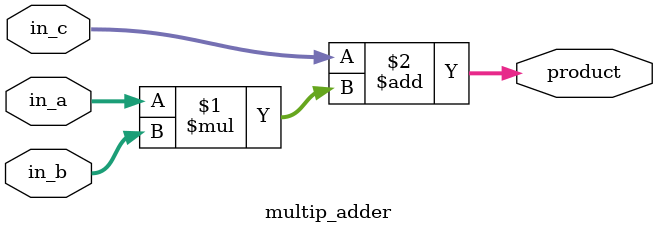
<source format=v>
`timescale 1ns / 1ps

module multip_adder#(
           parameter BITWIDTH = 8,
           parameter IS_BITWIDTH_DOUBLE_SCALE = 1
       )
       (
           input wire signed [BITWIDTH - 1: 0] in_a,
           input wire signed [BITWIDTH - 1: 0] in_b,
           input wire signed [BITWIDTH * (IS_BITWIDTH_DOUBLE_SCALE + 1) - 1: 0] in_c,
           output wire signed [BITWIDTH * (IS_BITWIDTH_DOUBLE_SCALE + 1) - 1: 0] product
       );
assign product = in_c + (in_a * in_b);
endmodule

</source>
